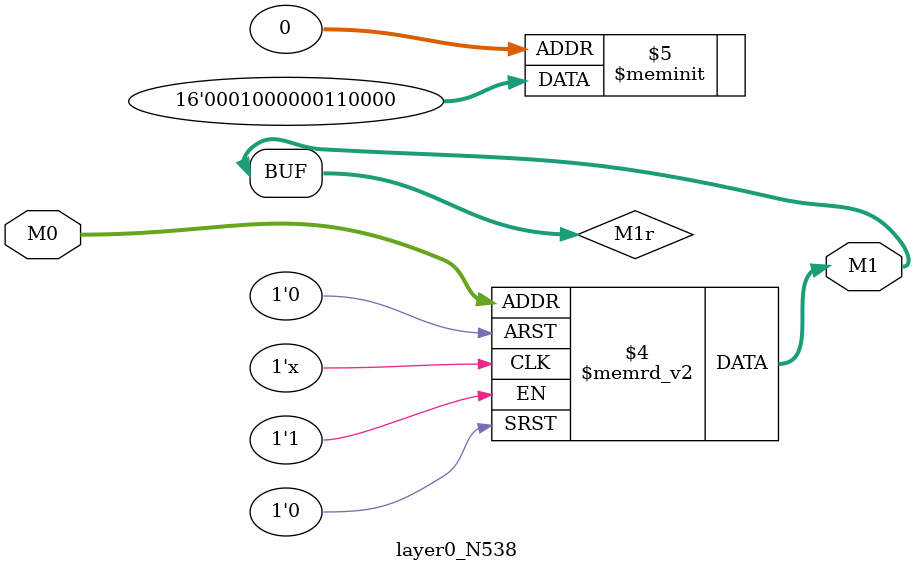
<source format=v>
module layer0_N538 ( input [2:0] M0, output [1:0] M1 );

	(*rom_style = "distributed" *) reg [1:0] M1r;
	assign M1 = M1r;
	always @ (M0) begin
		case (M0)
			3'b000: M1r = 2'b00;
			3'b100: M1r = 2'b00;
			3'b010: M1r = 2'b11;
			3'b110: M1r = 2'b01;
			3'b001: M1r = 2'b00;
			3'b101: M1r = 2'b00;
			3'b011: M1r = 2'b00;
			3'b111: M1r = 2'b00;

		endcase
	end
endmodule

</source>
